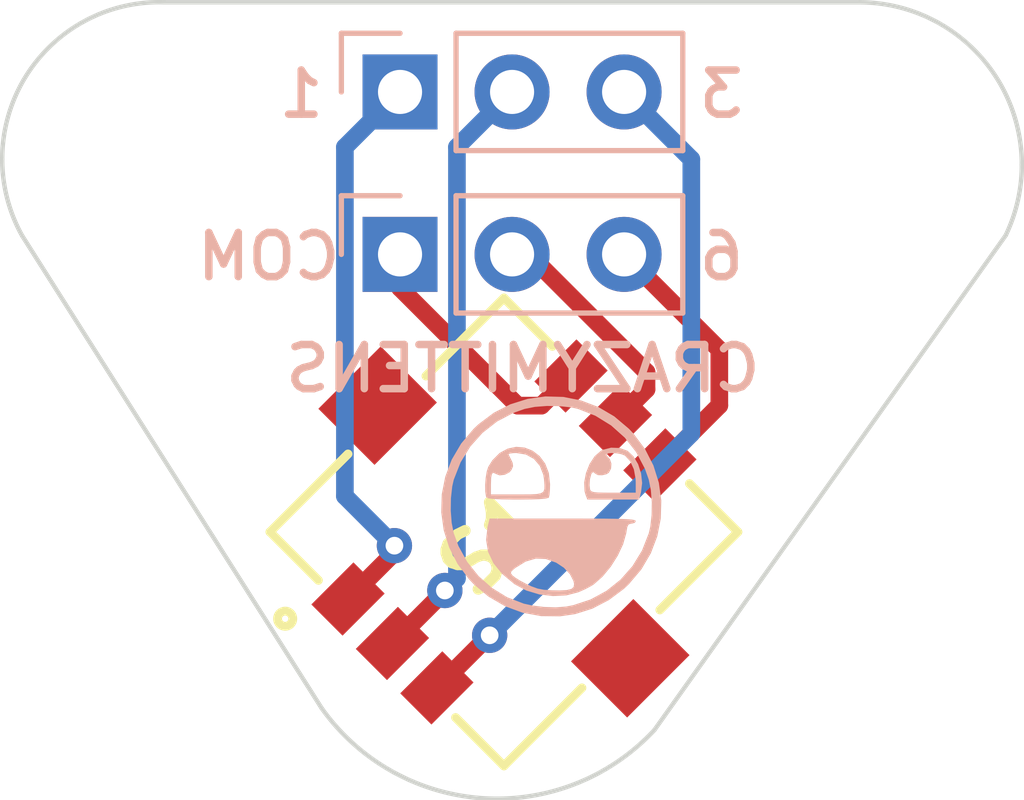
<source format=kicad_pcb>
(kicad_pcb (version 20221018) (generator pcbnew)
  (layers (0 "F.Cu" signal) (31 "B.Cu" signal) (34 "B.Paste" user) (35 "F.Paste" user) (36 "B.SilkS" user "B.Silkscreen") (37 "F.SilkS" user "F.Silkscreen") (38 "B.Mask" user) (39 "F.Mask" user) (44 "Edge.Cuts" user))
  (net 0 "")
  (net 1 "Net-(J1-Pin_1)")
  (net 2 "Net-(J1-Pin_2)")
  (net 3 "Net-(J1-Pin_3)")
  (net 4 "Net-(J2-Pin_1)")
  (net 5 "Net-(J2-Pin_2)")
  (net 6 "Net-(J2-Pin_3)")
  (footprint "MountingHole:MountingHole_3.2mm_M3" (layer "F.Cu") (at 141.605 91.059)
    (fp_text reference "H2" hide)
    (fp_text value "MountingHole" hide)
    (pad "" np_thru_hole circle (at 0 0) (size 3.2 3.2) (drill 3.2) (layers "*.Cu" "*.Mask"))
  )
  (footprint "ct-kicad:SKRHAAE010" (layer "F.Cu") (at 149.421782 99.510782 45)
    (fp_text reference "S1" (at -0.36 -0.01 45) (layer "F.SilkS") (effects (font (size 1.27 1.27) (thickness 0.254))))
    (fp_text value "SKRHACE010" hide)
    (fp_line (start -3.75 -3.75) (end -3.75 -2.2) (stroke (width 0.2)) (layer "F.SilkS"))
    (fp_line (start -3.75 -3.75) (end -1.25 -3.75) (stroke (width 0.2)) (layer "F.SilkS"))
    (fp_line (start -3.75 3.75) (end -3.75 2.2) (stroke (width 0.2)) (layer "F.SilkS"))
    (fp_line (start -3.75 3.75) (end -1.25 3.75) (stroke (width 0.2)) (layer "F.SilkS"))
    (fp_line (start 3.75 -3.75) (end 1.25 -3.75) (stroke (width 0.2)) (layer "F.SilkS"))
    (fp_line (start 3.75 -3.75) (end 3.75 -2.2) (stroke (width 0.2)) (layer "F.SilkS"))
    (fp_line (start 3.75 3.75) (end 1.25 3.75) (stroke (width 0.2)) (layer "F.SilkS"))
    (fp_line (start 3.75 3.75) (end 3.75 2.2) (stroke (width 0.2)) (layer "F.SilkS"))
    (fp_circle (center -4.898 -2.116) (end -4.898 -2.04363) (stroke (width 0.2)) (fill none) (layer "F.SilkS"))
    (pad "1" smd rect (at -3.575 -1.425 135) (size 1 1.35) (layers "F.Cu" "F.Paste" "F.Mask") (net 4 "Net-(J2-Pin_1)"))
    (pad "2" smd rect (at -3.575 0 135) (size 1 1.35) (layers "F.Cu" "F.Paste" "F.Mask") (net 5 "Net-(J2-Pin_2)"))
    (pad "3" smd rect (at -3.575 1.425 135) (size 1 1.35) (layers "F.Cu" "F.Paste" "F.Mask") (net 6 "Net-(J2-Pin_3)"))
    (pad "4" smd rect (at 3.575 -1.425 135) (size 1 1.35) (layers "F.Cu" "F.Paste" "F.Mask") (net 1 "Net-(J1-Pin_1)"))
    (pad "5" smd rect (at 3.575 0 135) (size 1 1.35) (layers "F.Cu" "F.Paste" "F.Mask") (net 2 "Net-(J1-Pin_2)"))
    (pad "6" smd rect (at 3.575 1.425 135) (size 1 1.35) (layers "F.Cu" "F.Paste" "F.Mask") (net 3 "Net-(J1-Pin_3)"))
    (pad "7" smd rect (at 0 4.05 135) (size 1.8 2) (layers "F.Cu" "F.Paste" "F.Mask"))
    (pad "8" smd rect (at 0 -4.05 135) (size 1.8 2) (layers "F.Cu" "F.Paste" "F.Mask"))
  )
  (footprint "MountingHole:MountingHole_3.2mm_M3" (layer "F.Cu") (at 157.48 91.186 90)
    (fp_text reference "H1" hide)
    (fp_text value "MountingHole" hide)
    (pad "" np_thru_hole circle (at 0 0 90) (size 3.2 3.2) (drill 3.2) (layers "*.Cu" "*.Mask"))
  )
  (footprint "ct-kicad:awesome-logo" (layer "B.Cu") (at 150.495 98.933 180)
    (fp_text reference "G***" hide)
    (fp_text value "LOGO" hide)
    (fp_poly (pts (xy -1.172119 1.286262) (xy -1.123842 1.26186) (xy -0.983301 1.139644) (xy -0.868064 0.964072) (xy -0.786073 0.757991) (xy -0.74527 0.544247) (xy -0.753597 0.345685) (xy -0.776871 0.26377) (xy -0.818681 0.156308) (xy -1.404296 0.156308) (xy -1.989911 0.156308) (xy -2.032 0.312616) (xy -1.91477 0.312616) (xy -1.409403 0.312616) (xy -1.201949 0.313376) (xy -1.059492 0.316974) (xy -0.968881 0.325389) (xy -0.916961 0.340598) (xy -0.890583 0.364578) (xy -0.878708 0.392418) (xy -0.868546 0.482568) (xy -0.875885 0.602839) (xy -0.87951 0.626879) (xy -0.909899 0.740271) (xy -0.94901 0.780816) (xy -0.994254 0.745956) (xy -0.996462 0.742462) (xy -1.056362 0.709544) (xy -1.152956 0.706397) (xy -1.25175 0.730533) (xy -1.306286 0.764792) (xy -1.355516 0.857459) (xy -1.363826 0.971538) (xy -1.330903 1.069896) (xy -1.309077 1.094154) (xy -1.259954 1.150564) (xy -1.250462 1.177093) (xy -1.284176 1.202654) (xy -1.368238 1.211492) (xy -1.477029 1.205241) (xy -1.584931 1.185534) (xy -1.666325 1.154008) (xy -1.672136 1.150187) (xy -1.789847 1.023584) (xy -1.872266 0.841962) (xy -1.912164 0.623245) (xy -1.91477 0.548634) (xy -1.91477 0.312616) (xy -2.032 0.312616) (xy -2.034522 0.321981) (xy -2.060266 0.530834) (xy -2.036133 0.749883) (xy -1.969037 0.958189) (xy -1.865891 1.13481) (xy -1.73361 1.258809) (xy -1.723124 1.26516) (xy -1.551091 1.325554) (xy -1.356115 1.332526)) (fill solid) (layer "B.SilkS"))
    (fp_poly (pts (xy 0.989189 1.3126) (xy 1.172061 1.212609) (xy 1.334333 1.049736) (xy 1.428906 0.89877) (xy 1.463661 0.792686) (xy 1.487705 0.646083) (xy 1.499525 0.485448) (xy 1.497608 0.337271) (xy 1.480442 0.228038) (xy 1.468761 0.200849) (xy 1.422835 0.182316) (xy 1.309147 0.168887) (xy 1.124621 0.160366) (xy 0.866181 0.156562) (xy 0.762 0.156308) (xy 0.477982 0.158569) (xy 0.268914 0.165479) (xy 0.131721 0.177234) (xy 0.063324 0.194028) (xy 0.055238 0.200849) (xy 0.040885 0.260789) (xy 0.03044 0.373577) (xy 0.026942 0.484865) (xy 0.154853 0.484865) (xy 0.156156 0.395985) (xy 0.179254 0.336291) (xy 0.234787 0.299988) (xy 0.333395 0.281284) (xy 0.485717 0.274385) (xy 0.702394 0.273499) (xy 0.780312 0.273539) (xy 1.367692 0.273539) (xy 1.367692 0.501488) (xy 1.362353 0.65648) (xy 1.344209 0.741411) (xy 1.310066 0.763782) (xy 1.266378 0.739457) (xy 1.169724 0.704079) (xy 1.052506 0.717898) (xy 0.947566 0.773052) (xy 0.901827 0.826747) (xy 0.865476 0.912427) (xy 0.875182 0.98813) (xy 0.899354 1.04167) (xy 0.94257 1.128359) (xy 0.969036 1.181831) (xy 0.969156 1.182077) (xy 0.942695 1.198775) (xy 0.859384 1.209389) (xy 0.790573 1.211385) (xy 0.574368 1.176314) (xy 0.394938 1.076653) (xy 0.260928 0.920727) (xy 0.180986 0.716863) (xy 0.164704 0.608724) (xy 0.154853 0.484865) (xy 0.026942 0.484865) (xy 0.02635 0.503695) (xy 0.055396 0.759927) (xy 0.13835 0.974265) (xy 0.264568 1.14371) (xy 0.423404 1.265264) (xy 0.604216 1.335929) (xy 0.796359 1.352707)) (fill solid) (layer "B.SilkS"))
    (fp_poly (pts (xy 1.446746 -0.472674) (xy 1.478057 -0.757665) (xy 1.432642 -1.029649) (xy 1.311009 -1.287564) (xy 1.113667 -1.530353) (xy 0.841124 -1.756957) (xy 0.824491 -1.768563) (xy 0.566913 -1.905538) (xy 0.27199 -1.99425) (xy -0.03832 -2.03211) (xy -0.342057 -2.016529) (xy -0.617265 -1.944918) (xy -0.629434 -1.940005) (xy -0.771326 -1.875701) (xy -0.901594 -1.806861) (xy -0.964012 -1.767655) (xy -0.977628 -1.755656) (xy -0.5165 -1.755656) (xy -0.507552 -1.823446) (xy -0.45598 -1.868924) (xy -0.35256 -1.894787) (xy -0.188068 -1.903735) (xy -0.019539 -1.900982) (xy 0.165536 -1.888992) (xy 0.310407 -1.861528) (xy 0.452768 -1.80944) (xy 0.554678 -1.761566) (xy 0.692219 -1.688688) (xy 0.807591 -1.618433) (xy 0.877144 -1.56528) (xy 0.879581 -1.562689) (xy 0.914144 -1.514745) (xy 0.905325 -1.473856) (xy 0.844214 -1.417803) (xy 0.811261 -1.392349) (xy 0.57836 -1.249346) (xy 0.351089 -1.182702) (xy 0.122874 -1.191579) (xy -0.112183 -1.274802) (xy -0.286278 -1.389793) (xy -0.421602 -1.53472) (xy -0.502499 -1.690967) (xy -0.5165 -1.755656) (xy -0.977628 -1.755656) (xy -1.1613 -1.593798) (xy -1.347009 -1.369482) (xy -1.507639 -1.116392) (xy -1.629689 -0.856216) (xy -1.699658 -0.610639) (xy -1.70461 -0.578053) (xy -1.724539 -0.464188) (xy -1.752923 -0.408569) (xy -1.80219 -0.391389) (xy -1.822112 -0.390769) (xy -1.8969 -0.369459) (xy -1.91477 -0.332153) (xy -1.907019 -0.317738) (xy -1.879329 -0.305852) (xy -1.825042 -0.29626) (xy -1.7375 -0.288726) (xy -1.610045 -0.283014) (xy -1.436019 -0.27889) (xy -1.208764 -0.276117) (xy -0.921623 -0.27446) (xy -0.567937 -0.273684) (xy -0.257898 -0.273538) (xy 1.398974 -0.273538)) (fill solid) (layer "B.SilkS"))
    (fp_poly (pts (xy 0.537852 2.438962) (xy 0.930912 2.315376) (xy 1.304428 2.124188) (xy 1.650008 1.865398) (xy 1.760829 1.76083) (xy 2.042857 1.426792) (xy 2.257282 1.061932) (xy 2.404105 0.674643) (xy 2.483326 0.27332) (xy 2.494945 -0.133643) (xy 2.438961 -0.537852) (xy 2.315375 -0.930912) (xy 2.124187 -1.304428) (xy 1.865397 -1.650008) (xy 1.760829 -1.760829) (xy 1.424736 -2.04365) (xy 1.051997 -2.26061) (xy 0.651212 -2.409167) (xy 0.230983 -2.48678) (xy -0.200092 -2.490906) (xy -0.540497 -2.441004) (xy -0.929452 -2.31819) (xy -1.301898 -2.125579) (xy -1.642866 -1.871515) (xy -1.76083 -1.760829) (xy -2.042858 -1.426791) (xy -2.257283 -1.061931) (xy -2.404106 -0.674642) (xy -2.483327 -0.273319) (xy -2.493915 0.097577) (xy -2.278606 0.097577) (xy -2.274567 -0.188404) (xy -2.245304 -0.453517) (xy -2.211012 -0.605692) (xy -2.057055 -0.998209) (xy -1.840748 -1.351175) (xy -1.569461 -1.658055) (xy -1.250559 -1.912316) (xy -0.891412 -2.107423) (xy -0.499386 -2.236842) (xy -0.33598 -2.268603) (xy -0.102895 -2.286296) (xy 0.1663 -2.277424) (xy 0.435172 -2.244488) (xy 0.62523 -2.202585) (xy 1.001069 -2.057452) (xy 1.345058 -1.846089) (xy 1.648994 -1.576757) (xy 1.904673 -1.257716) (xy 2.103894 -0.897227) (xy 2.211011 -0.605692) (xy 2.25742 -0.372813) (xy 2.278605 -0.097576) (xy 2.274566 0.188405) (xy 2.245303 0.453518) (xy 2.211011 0.605693) (xy 2.055451 1.001304) (xy 1.835706 1.357418) (xy 1.558575 1.667234) (xy 1.23086 1.923952) (xy 0.859359 2.120772) (xy 0.605692 2.211012) (xy 0.372813 2.257421) (xy 0.097576 2.278606) (xy -0.188405 2.274567) (xy -0.453518 2.245304) (xy -0.605693 2.211012) (xy -1.001304 2.055452) (xy -1.357418 1.835707) (xy -1.667234 1.558576) (xy -1.923952 1.230861) (xy -2.120772 0.85936) (xy -2.211012 0.605693) (xy -2.257421 0.372814) (xy -2.278606 0.097577) (xy -2.493915 0.097577) (xy -2.494945 0.133644) (xy -2.438962 0.537853) (xy -2.315376 0.930912) (xy -2.124188 1.304429) (xy -1.865398 1.650009) (xy -1.76083 1.76083) (xy -1.426792 2.042858) (xy -1.061932 2.257283) (xy -0.674643 2.404106) (xy -0.27332 2.483327) (xy 0.133643 2.494945)) (fill solid) (layer "B.SilkS"))
  )
  (footprint "Connector_PinHeader_2.54mm:PinHeader_1x03_P2.54mm_Vertical" (layer "B.Cu") (at 147.066 89.535 -90)
    (fp_text reference "J2" hide)
    (fp_text value "Conn_01x03_Socket" hide)
    (fp_line (start -1.33 -6.41) (end 1.33 -6.41) (stroke (width 0.12)) (layer "B.SilkS"))
    (fp_line (start -1.33 -1.27) (end -1.33 -6.41) (stroke (width 0.12)) (layer "B.SilkS"))
    (fp_line (start -1.33 -1.27) (end 1.33 -1.27) (stroke (width 0.12)) (layer "B.SilkS"))
    (fp_line (start -1.33 0) (end -1.33 1.33) (stroke (width 0.12)) (layer "B.SilkS"))
    (fp_line (start -1.33 1.33) (end 0 1.33) (stroke (width 0.12)) (layer "B.SilkS"))
    (fp_line (start 1.33 -1.27) (end 1.33 -6.41) (stroke (width 0.12)) (layer "B.SilkS"))
    (pad "1" thru_hole rect (at 0 0 270) (size 1.7 1.7) (drill 1) (layers "*.Cu" "*.Mask") (net 4 "Net-(J2-Pin_1)"))
    (pad "2" thru_hole oval (at 0 -2.54 270) (size 1.7 1.7) (drill 1) (layers "*.Cu" "*.Mask") (net 5 "Net-(J2-Pin_2)"))
    (pad "3" thru_hole oval (at 0 -5.08 270) (size 1.7 1.7) (drill 1) (layers "*.Cu" "*.Mask") (net 6 "Net-(J2-Pin_3)"))
  )
  (footprint "Connector_PinHeader_2.54mm:PinHeader_1x03_P2.54mm_Vertical" (layer "B.Cu") (at 147.066 93.218 -90)
    (fp_text reference "J1" hide)
    (fp_text value "Conn_01x03_Socket" hide)
    (fp_line (start -1.33 -6.41) (end 1.33 -6.41) (stroke (width 0.12)) (layer "B.SilkS"))
    (fp_line (start -1.33 -1.27) (end -1.33 -6.41) (stroke (width 0.12)) (layer "B.SilkS"))
    (fp_line (start -1.33 -1.27) (end 1.33 -1.27) (stroke (width 0.12)) (layer "B.SilkS"))
    (fp_line (start -1.33 0) (end -1.33 1.33) (stroke (width 0.12)) (layer "B.SilkS"))
    (fp_line (start -1.33 1.33) (end 0 1.33) (stroke (width 0.12)) (layer "B.SilkS"))
    (fp_line (start 1.33 -1.27) (end 1.33 -6.41) (stroke (width 0.12)) (layer "B.SilkS"))
    (pad "1" thru_hole rect (at 0 0 270) (size 1.7 1.7) (drill 1) (layers "*.Cu" "*.Mask") (net 1 "Net-(J1-Pin_1)"))
    (pad "2" thru_hole oval (at 0 -2.54 270) (size 1.7 1.7) (drill 1) (layers "*.Cu" "*.Mask") (net 2 "Net-(J1-Pin_2)"))
    (pad "3" thru_hole oval (at 0 -5.08 270) (size 1.7 1.7) (drill 1) (layers "*.Cu" "*.Mask") (net 3 "Net-(J1-Pin_3)"))
  )
  (gr_arc (start 157.48 87.503) (mid 160.084274 88.581726) (end 161.163 91.186) (stroke (width 0.1)) (layer "Edge.Cuts"))
  (gr_arc (start 161.163 91.186) (mid 161.071183 92.00325) (end 160.800308 92.779751) (stroke (width 0.1)) (layer "Edge.Cuts"))
  (gr_line (start 138.500391 92.797581) (end 145.288 103.505) (stroke (width 0.1)) (layer "Edge.Cuts"))
  (gr_arc (start 138.046733 91.059) (mid 139.134235 88.498418) (end 141.732 87.503) (stroke (width 0.1)) (layer "Edge.Cuts"))
  (gr_line (start 152.833042 104.000968) (end 160.802283 92.780696) (stroke (width 0.1)) (layer "Edge.Cuts"))
  (gr_arc (start 138.500391 92.797581) (mid 138.162015 91.957397) (end 138.046733 91.059) (stroke (width 0.1)) (layer "Edge.Cuts"))
  (gr_arc (start 152.833042 104.000968) (mid 148.942552 105.547617) (end 145.288 103.505) (stroke (width 0.1)) (layer "Edge.Cuts"))
  (gr_line (start 157.48 87.503) (end 141.732 87.503) (stroke (width 0.1)) (layer "Edge.Cuts"))
  (gr_text "6" (at 154.94 93.853) (layer "B.SilkS") (effects (font (size 1 1) (thickness 0.17) bold) (justify left bottom mirror)))
  (gr_text "1" (at 145.415 90.17) (layer "B.SilkS") (effects (font (size 1 1) (thickness 0.17) bold) (justify left bottom mirror)))
  (gr_text "COM" (at 145.796 93.853) (layer "B.SilkS") (effects (font (size 1 1) (thickness 0.17) bold) (justify left bottom mirror)))
  (gr_text "3" (at 154.94 90.17) (layer "B.SilkS") (effects (font (size 1 1) (thickness 0.17) bold) (justify left bottom mirror)))
  (gr_text "CRAZYMITTENS" (at 155.321 96.393) (layer "B.SilkS") (effects (font (size 1 1) (thickness 0.17) bold) (justify left bottom mirror)))
  (segment (start 150.27031 96.647) (end 149.733 96.647) (width 0.4) (layer "F.Cu") (net 1))
  (segment (start 149.733 96.647) (end 147.066 93.98) (width 0.4) (layer "F.Cu") (net 1))
  (segment (start 150.942062 95.975248) (end 150.27031 96.647) (width 0.4) (layer "F.Cu") (net 1))
  (segment (start 147.066 93.98) (end 147.066 93.218) (width 0.4) (layer "F.Cu") (net 1))
  (segment (start 152.654 96.278564) (end 152.654 95.885) (width 0.4) (layer "F.Cu") (net 2))
  (segment (start 151.949689 96.982875) (end 152.654 96.278564) (width 0.4) (layer "F.Cu") (net 2))
  (segment (start 149.987 93.218) (end 149.606 93.218) (width 0.4) (layer "F.Cu") (net 2))
  (segment (start 152.654 95.885) (end 149.987 93.218) (width 0.4) (layer "F.Cu") (net 2))
  (segment (start 154.305 95.377) (end 154.305 96.642818) (width 0.4) (layer "F.Cu") (net 3))
  (segment (start 154.305 96.642818) (end 152.957316 97.990502) (width 0.4) (layer "F.Cu") (net 3))
  (segment (start 152.146 93.218) (end 154.305 95.377) (width 0.4) (layer "F.Cu") (net 3))
  (segment (start 146.939 99.97831) (end 145.886248 101.031062) (width 0.4) (layer "F.Cu") (net 4))
  (segment (start 146.939 99.822) (end 146.939 99.97831) (width 0.4) (layer "F.Cu") (net 4))
  (via (at 146.939 99.822) (size 0.8) (drill 0.4) (layers "F.Cu" "B.Cu") (net 4))
  (segment (start 145.816 90.785) (end 145.816 98.699) (width 0.4) (layer "B.Cu") (net 4))
  (segment (start 147.066 89.535) (end 145.816 90.785) (width 0.4) (layer "B.Cu") (net 4))
  (segment (start 145.816 98.699) (end 146.939 99.822) (width 0.4) (layer "B.Cu") (net 4))
  (segment (start 148.082 100.850564) (end 146.893875 102.038689) (width 0.4) (layer "F.Cu") (net 5))
  (segment (start 148.082 100.838) (end 148.082 100.850564) (width 0.4) (layer "F.Cu") (net 5))
  (via (at 148.082 100.838) (size 0.8) (drill 0.4) (layers "F.Cu" "B.Cu") (net 5))
  (segment (start 148.356 90.785) (end 148.356 100.564) (width 0.4) (layer "B.Cu") (net 5))
  (segment (start 149.606 89.535) (end 148.356 90.785) (width 0.4) (layer "B.Cu") (net 5))
  (segment (start 148.356 100.564) (end 148.082 100.838) (width 0.4) (layer "B.Cu") (net 5))
  (segment (start 149.098 101.854) (end 149.093818 101.854) (width 0.4) (layer "F.Cu") (net 6))
  (segment (start 149.093818 101.854) (end 147.901502 103.046316) (width 0.4) (layer "F.Cu") (net 6))
  (via (at 149.098 101.854) (size 0.8) (drill 0.4) (layers "F.Cu" "B.Cu") (net 6))
  (segment (start 152.146 89.535) (end 153.67 91.059) (width 0.4) (layer "B.Cu") (net 6))
  (segment (start 153.67 91.059) (end 153.67 97.282) (width 0.4) (layer "B.Cu") (net 6))
  (segment (start 153.67 97.282) (end 149.098 101.854) (width 0.4) (layer "B.Cu") (net 6))
)
</source>
